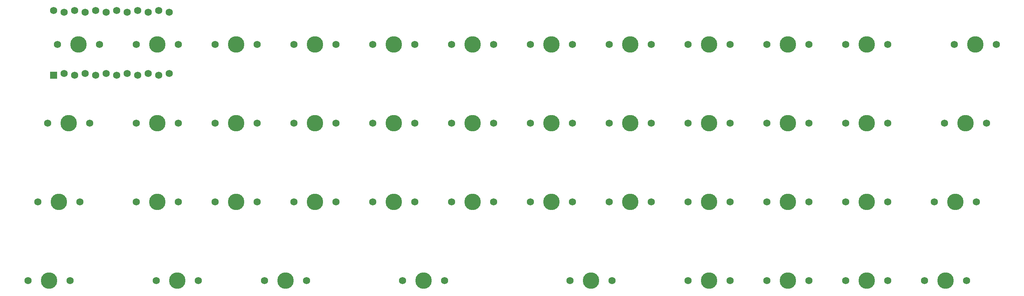
<source format=gbr>
G04 #@! TF.GenerationSoftware,KiCad,Pcbnew,6.0.10-86aedd382b~118~ubuntu20.04.1*
G04 #@! TF.CreationDate,2023-01-08T22:55:38-06:00*
G04 #@! TF.ProjectId,keyboard,6b657962-6f61-4726-942e-6b696361645f,rev?*
G04 #@! TF.SameCoordinates,Original*
G04 #@! TF.FileFunction,Soldermask,Top*
G04 #@! TF.FilePolarity,Negative*
%FSLAX46Y46*%
G04 Gerber Fmt 4.6, Leading zero omitted, Abs format (unit mm)*
G04 Created by KiCad (PCBNEW 6.0.10-86aedd382b~118~ubuntu20.04.1) date 2023-01-08 22:55:38*
%MOMM*%
%LPD*%
G01*
G04 APERTURE LIST*
%ADD10C,1.750000*%
%ADD11C,3.987800*%
%ADD12R,1.752600X1.752600*%
%ADD13C,1.752600*%
G04 APERTURE END LIST*
D10*
X172557800Y-95407400D03*
X182717800Y-95407400D03*
D11*
X177637800Y-95407400D03*
X51431550Y-57307400D03*
D10*
X56511550Y-57307400D03*
X46351550Y-57307400D03*
X270824050Y-76357400D03*
D11*
X265744050Y-76357400D03*
D10*
X260664050Y-76357400D03*
D11*
X103819050Y-95407400D03*
D10*
X98739050Y-95407400D03*
X108899050Y-95407400D03*
D11*
X268125300Y-57307400D03*
D10*
X273205300Y-57307400D03*
X263045300Y-57307400D03*
X43970300Y-76357400D03*
X54130300Y-76357400D03*
D11*
X49050300Y-76357400D03*
D10*
X82705300Y-95407400D03*
D11*
X77625300Y-95407400D03*
D10*
X72545300Y-95407400D03*
X275586550Y-38257400D03*
X265426550Y-38257400D03*
D11*
X270506550Y-38257400D03*
D10*
X51749050Y-95407400D03*
X41589050Y-95407400D03*
D11*
X46669050Y-95407400D03*
D10*
X132076550Y-95407400D03*
X142236550Y-95407400D03*
D11*
X137156550Y-95407400D03*
X72862800Y-57307400D03*
D10*
X67782800Y-57307400D03*
X77942800Y-57307400D03*
X154142800Y-38257400D03*
X143982800Y-38257400D03*
D11*
X149062800Y-38257400D03*
D10*
X116042800Y-76357400D03*
X105882800Y-76357400D03*
D11*
X110962800Y-76357400D03*
D10*
X201132800Y-76357400D03*
D11*
X206212800Y-76357400D03*
D10*
X211292800Y-76357400D03*
X135092800Y-76357400D03*
X124932800Y-76357400D03*
D11*
X130012800Y-76357400D03*
D10*
X230342800Y-76357400D03*
D11*
X225262800Y-76357400D03*
D10*
X220182800Y-76357400D03*
X211292800Y-57307400D03*
D11*
X206212800Y-57307400D03*
D10*
X201132800Y-57307400D03*
X116042800Y-38257400D03*
X105882800Y-38257400D03*
D11*
X110962800Y-38257400D03*
X263362800Y-95407400D03*
D10*
X258282800Y-95407400D03*
X268442800Y-95407400D03*
X143982800Y-57307400D03*
D11*
X149062800Y-57307400D03*
D10*
X154142800Y-57307400D03*
X192242800Y-76357400D03*
D11*
X187162800Y-76357400D03*
D10*
X182082800Y-76357400D03*
X230342800Y-57307400D03*
X220182800Y-57307400D03*
D11*
X225262800Y-57307400D03*
D10*
X173192800Y-38257400D03*
X163032800Y-38257400D03*
D11*
X168112800Y-38257400D03*
D10*
X163032800Y-76357400D03*
D11*
X168112800Y-76357400D03*
D10*
X173192800Y-76357400D03*
X182082800Y-38257400D03*
D11*
X187162800Y-38257400D03*
D10*
X192242800Y-38257400D03*
X173192800Y-57307400D03*
X163032800Y-57307400D03*
D11*
X168112800Y-57307400D03*
X187162800Y-57307400D03*
D10*
X182082800Y-57307400D03*
X192242800Y-57307400D03*
X249392800Y-57307400D03*
X239232800Y-57307400D03*
D11*
X244312800Y-57307400D03*
X130012800Y-38257400D03*
D10*
X135092800Y-38257400D03*
X124932800Y-38257400D03*
D11*
X225262800Y-95407400D03*
D10*
X230342800Y-95407400D03*
X220182800Y-95407400D03*
D11*
X72862800Y-38257400D03*
D10*
X67782800Y-38257400D03*
X77942800Y-38257400D03*
X86832800Y-57307400D03*
X96992800Y-57307400D03*
D11*
X91912800Y-57307400D03*
D10*
X116042800Y-57307400D03*
X105882800Y-57307400D03*
D11*
X110962800Y-57307400D03*
D10*
X239232800Y-38257400D03*
D11*
X244312800Y-38257400D03*
D10*
X249392800Y-38257400D03*
X249392800Y-76357400D03*
D11*
X244312800Y-76357400D03*
D10*
X239232800Y-76357400D03*
D11*
X206212800Y-95407400D03*
D10*
X211292800Y-95407400D03*
X201132800Y-95407400D03*
X124932800Y-57307400D03*
X135092800Y-57307400D03*
D11*
X130012800Y-57307400D03*
X53812800Y-38257400D03*
D10*
X58892800Y-38257400D03*
X48732800Y-38257400D03*
X201132800Y-38257400D03*
D11*
X206212800Y-38257400D03*
D10*
X211292800Y-38257400D03*
X143982800Y-76357400D03*
X154142800Y-76357400D03*
D11*
X149062800Y-76357400D03*
D10*
X96992800Y-38257400D03*
X86832800Y-38257400D03*
D11*
X91912800Y-38257400D03*
X91912800Y-76357400D03*
D10*
X96992800Y-76357400D03*
X86832800Y-76357400D03*
X230342800Y-38257400D03*
D11*
X225262800Y-38257400D03*
D10*
X220182800Y-38257400D03*
D11*
X72862800Y-76357400D03*
D10*
X67782800Y-76357400D03*
X77942800Y-76357400D03*
X239232800Y-95407400D03*
X249392800Y-95407400D03*
D11*
X244312800Y-95407400D03*
D12*
X47734050Y-45704600D03*
D13*
X50274050Y-45247400D03*
X52814050Y-45704600D03*
X55354050Y-45247400D03*
X57894050Y-45704600D03*
X60434050Y-45247400D03*
X62974050Y-45704600D03*
X65514050Y-45247400D03*
X68054050Y-45704600D03*
X70594050Y-45247400D03*
X73134050Y-45704600D03*
X75674050Y-45247400D03*
X75674050Y-30464600D03*
X73134050Y-30007400D03*
X70594050Y-30464600D03*
X68054050Y-30007400D03*
X65514050Y-30464600D03*
X62974050Y-30007400D03*
X60434050Y-30464600D03*
X57894050Y-30007400D03*
X55354050Y-30464600D03*
X52814050Y-30007400D03*
X50274050Y-30464600D03*
X47734050Y-30007400D03*
M02*

</source>
